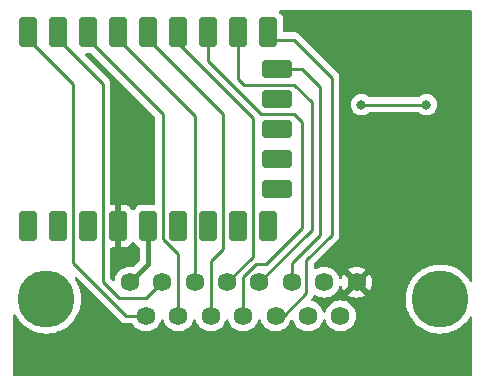
<source format=gbr>
%TF.GenerationSoftware,KiCad,Pcbnew,(6.0.7-1)-1*%
%TF.CreationDate,2023-01-15T20:24:13-08:00*%
%TF.ProjectId,NeoGeoDB15Wireless,4e656f47-656f-4444-9231-35576972656c,rev?*%
%TF.SameCoordinates,Original*%
%TF.FileFunction,Copper,L1,Top*%
%TF.FilePolarity,Positive*%
%FSLAX46Y46*%
G04 Gerber Fmt 4.6, Leading zero omitted, Abs format (unit mm)*
G04 Created by KiCad (PCBNEW (6.0.7-1)-1) date 2023-01-15 20:24:13*
%MOMM*%
%LPD*%
G01*
G04 APERTURE LIST*
G04 Aperture macros list*
%AMRoundRect*
0 Rectangle with rounded corners*
0 $1 Rounding radius*
0 $2 $3 $4 $5 $6 $7 $8 $9 X,Y pos of 4 corners*
0 Add a 4 corners polygon primitive as box body*
4,1,4,$2,$3,$4,$5,$6,$7,$8,$9,$2,$3,0*
0 Add four circle primitives for the rounded corners*
1,1,$1+$1,$2,$3*
1,1,$1+$1,$4,$5*
1,1,$1+$1,$6,$7*
1,1,$1+$1,$8,$9*
0 Add four rect primitives between the rounded corners*
20,1,$1+$1,$2,$3,$4,$5,0*
20,1,$1+$1,$4,$5,$6,$7,0*
20,1,$1+$1,$6,$7,$8,$9,0*
20,1,$1+$1,$8,$9,$2,$3,0*%
G04 Aperture macros list end*
%TA.AperFunction,ComponentPad*%
%ADD10RoundRect,0.400000X0.400000X-0.900000X0.400000X0.900000X-0.400000X0.900000X-0.400000X-0.900000X0*%
%TD*%
%TA.AperFunction,ComponentPad*%
%ADD11RoundRect,0.400050X0.400050X-0.899950X0.400050X0.899950X-0.400050X0.899950X-0.400050X-0.899950X0*%
%TD*%
%TA.AperFunction,ComponentPad*%
%ADD12RoundRect,0.400000X0.900000X-0.400000X0.900000X0.400000X-0.900000X0.400000X-0.900000X-0.400000X0*%
%TD*%
%TA.AperFunction,ComponentPad*%
%ADD13RoundRect,0.393700X0.906300X-0.393700X0.906300X0.393700X-0.906300X0.393700X-0.906300X-0.393700X0*%
%TD*%
%TA.AperFunction,WasherPad*%
%ADD14C,4.825000*%
%TD*%
%TA.AperFunction,ComponentPad*%
%ADD15C,1.591397*%
%TD*%
%TA.AperFunction,ViaPad*%
%ADD16C,0.800000*%
%TD*%
%TA.AperFunction,Conductor*%
%ADD17C,0.400000*%
%TD*%
%TA.AperFunction,Conductor*%
%ADD18C,0.250000*%
%TD*%
G04 APERTURE END LIST*
D10*
%TO.P,U1,1,GP0*%
%TO.N,/DU*%
X81765000Y-63835000D03*
%TO.P,U1,2,GP1*%
%TO.N,/DD*%
X84305000Y-63835000D03*
%TO.P,U1,3,GP2*%
%TO.N,/DL*%
X86845000Y-63835000D03*
%TO.P,U1,4,GP3*%
%TO.N,/DR*%
X89385000Y-63835000D03*
%TO.P,U1,5,GP4*%
%TO.N,/BA*%
X91925000Y-63835000D03*
D11*
%TO.P,U1,6,GP5*%
%TO.N,/BB*%
X94465000Y-63835000D03*
%TO.P,U1,7,GP6*%
%TO.N,/BC*%
X97005000Y-63835000D03*
%TO.P,U1,8,GP7*%
%TO.N,/BD*%
X99545000Y-63835000D03*
%TO.P,U1,9,GP8*%
%TO.N,/STA*%
X102085000Y-63835000D03*
D12*
%TO.P,U1,10,GP9*%
%TO.N,/SEL*%
X102895000Y-66975000D03*
D13*
%TO.P,U1,11,GP10*%
%TO.N,unconnected-(U1-Pad11)*%
X102895000Y-69515000D03*
%TO.P,U1,12,GP11*%
%TO.N,unconnected-(U1-Pad12)*%
X102895000Y-72055000D03*
%TO.P,U1,13,GP12*%
%TO.N,/MISO*%
X102895000Y-74595000D03*
%TO.P,U1,14,GP13*%
%TO.N,/CS*%
X102895000Y-77135000D03*
D11*
%TO.P,U1,15,GP14*%
%TO.N,/SCK*%
X102085000Y-80275000D03*
%TO.P,U1,16,GP15*%
%TO.N,/MOSI*%
X99545000Y-80275000D03*
%TO.P,U1,17,GP26*%
%TO.N,/CE*%
X97005000Y-80275000D03*
%TO.P,U1,18,GP27*%
%TO.N,/IRQ*%
X94465000Y-80275000D03*
%TO.P,U1,19,GP28*%
%TO.N,unconnected-(U1-Pad19)*%
X81765000Y-80275000D03*
%TO.P,U1,20,GP29*%
%TO.N,unconnected-(U1-Pad20)*%
X84305000Y-80275000D03*
%TO.P,U1,21,3V3*%
%TO.N,/3V3*%
X86845000Y-80275000D03*
%TO.P,U1,22,5V*%
%TO.N,/VCC*%
X91925000Y-80275000D03*
%TO.P,U1,23,GND*%
%TO.N,/GND*%
X89385000Y-80275000D03*
%TD*%
D14*
%TO.P,J1,*%
%TO.N,*%
X116662400Y-86450800D03*
X83337600Y-86450800D03*
D15*
%TO.P,J1,1,1*%
%TO.N,/GND*%
X109601192Y-85028400D03*
%TO.P,J1,2,2*%
%TO.N,unconnected-(J1-Pad2)*%
X106857993Y-85028400D03*
%TO.P,J1,3,3*%
%TO.N,/SEL*%
X104114794Y-85028400D03*
%TO.P,J1,4,4*%
%TO.N,/BD*%
X101371595Y-85028400D03*
%TO.P,J1,5,5*%
%TO.N,/BB*%
X98628396Y-85028400D03*
%TO.P,J1,6,6*%
%TO.N,/DR*%
X95885197Y-85028400D03*
%TO.P,J1,7,7*%
%TO.N,/DD*%
X93141998Y-85028400D03*
%TO.P,J1,8,8*%
%TO.N,/VCC*%
X90398799Y-85028400D03*
%TO.P,J1,9,P9*%
%TO.N,unconnected-(J1-Pad9)*%
X108229600Y-87873200D03*
%TO.P,J1,10,P10*%
%TO.N,unconnected-(J1-Pad10)*%
X105486401Y-87873200D03*
%TO.P,J1,11,P111*%
%TO.N,/STA*%
X102743202Y-87873200D03*
%TO.P,J1,12,P12*%
%TO.N,/BC*%
X100000003Y-87873200D03*
%TO.P,J1,13,P13*%
%TO.N,/BA*%
X97256804Y-87873200D03*
%TO.P,J1,14,P14*%
%TO.N,/DL*%
X94513605Y-87873200D03*
%TO.P,J1,15,P15*%
%TO.N,/DU*%
X91770406Y-87873200D03*
%TD*%
D16*
%TO.N,/MISO*%
X110000000Y-70000000D03*
X115500000Y-70000000D03*
%TD*%
D17*
%TO.N,/VCC*%
X90398799Y-85028400D02*
X91925000Y-83502199D01*
X91925000Y-83502199D02*
X91925000Y-79675000D01*
D18*
%TO.N,/DD*%
X88100000Y-68230000D02*
X84305000Y-64435000D01*
X93141998Y-85028400D02*
X91770398Y-86400000D01*
X89500000Y-86400000D02*
X88100000Y-85000000D01*
X91770398Y-86400000D02*
X89500000Y-86400000D01*
X88100000Y-85000000D02*
X88100000Y-68230000D01*
%TO.N,/DR*%
X95879900Y-85023103D02*
X95879900Y-70929900D01*
X95885197Y-85028400D02*
X95879900Y-85023103D01*
X95879900Y-70929900D02*
X89385000Y-64435000D01*
%TO.N,/BB*%
X100800000Y-71100000D02*
X94465000Y-64765000D01*
X98628396Y-85028400D02*
X100800000Y-82856796D01*
X100800000Y-82856796D02*
X100800000Y-71100000D01*
X94465000Y-64765000D02*
X94465000Y-64435000D01*
%TO.N,/BD*%
X99545000Y-67795000D02*
X100050000Y-68300000D01*
X104300000Y-68300000D02*
X105800000Y-69800000D01*
X100050000Y-68300000D02*
X104300000Y-68300000D01*
X105800000Y-69800000D02*
X105800000Y-80599995D01*
X105800000Y-80599995D02*
X101371595Y-85028400D01*
X99545000Y-64435000D02*
X99545000Y-67795000D01*
%TO.N,/SEL*%
X104114794Y-83385206D02*
X106500000Y-81000000D01*
X104114794Y-85028400D02*
X104114794Y-83385206D01*
X104975000Y-66975000D02*
X102295000Y-66975000D01*
X106500000Y-81000000D02*
X106500000Y-68500000D01*
X106500000Y-68500000D02*
X104975000Y-66975000D01*
%TO.N,/DU*%
X91770406Y-87873200D02*
X90073200Y-87873200D01*
X85600000Y-68270000D02*
X81765000Y-64435000D01*
X85600000Y-83400000D02*
X85600000Y-68270000D01*
X90073200Y-87873200D02*
X85600000Y-83400000D01*
%TO.N,/DL*%
X93200000Y-70790000D02*
X86845000Y-64435000D01*
X94513605Y-87873200D02*
X94513605Y-82648981D01*
X94513605Y-82648981D02*
X93200000Y-81335376D01*
X93200000Y-81335376D02*
X93200000Y-70790000D01*
%TO.N,/BA*%
X97256804Y-83243196D02*
X98300000Y-82200000D01*
X98300000Y-70810000D02*
X91925000Y-64435000D01*
X97256804Y-87873200D02*
X97256804Y-83243196D01*
X98300000Y-82200000D02*
X98300000Y-70810000D01*
%TO.N,/BC*%
X101050000Y-83500000D02*
X100000003Y-84549997D01*
X97005000Y-64435000D02*
X97005000Y-66338604D01*
X100000003Y-84549997D02*
X100000003Y-87873200D01*
X97005000Y-66338604D02*
X101466396Y-70800000D01*
X105000000Y-80400000D02*
X101900000Y-83500000D01*
X101900000Y-83500000D02*
X101050000Y-83500000D01*
X105000000Y-71500000D02*
X105000000Y-80400000D01*
X101466396Y-70800000D02*
X104300000Y-70800000D01*
X104300000Y-70800000D02*
X105000000Y-71500000D01*
%TO.N,/STA*%
X105338194Y-83161806D02*
X107500000Y-81000000D01*
X105338194Y-85961806D02*
X105338194Y-83161806D01*
X107500000Y-81000000D02*
X107500000Y-67700000D01*
X102150000Y-64500000D02*
X102085000Y-64435000D01*
X102743202Y-87873200D02*
X103426800Y-87873200D01*
X107500000Y-67700000D02*
X104300000Y-64500000D01*
X104300000Y-64500000D02*
X102150000Y-64500000D01*
X103426800Y-87873200D02*
X105338194Y-85961806D01*
%TO.N,/MISO*%
X110000000Y-70000000D02*
X115500000Y-70000000D01*
%TD*%
%TA.AperFunction,Conductor*%
%TO.N,/GND*%
G36*
X119333621Y-62028502D02*
G01*
X119380114Y-62082158D01*
X119391500Y-62134500D01*
X119391500Y-84864464D01*
X119371498Y-84932585D01*
X119317842Y-84979078D01*
X119247568Y-84989182D01*
X119182988Y-84959688D01*
X119156052Y-84926892D01*
X119132386Y-84885400D01*
X119116308Y-84857213D01*
X118916883Y-84585729D01*
X118912149Y-84580634D01*
X118690048Y-84341626D01*
X118690046Y-84341625D01*
X118687576Y-84338966D01*
X118684822Y-84336614D01*
X118684818Y-84336610D01*
X118591046Y-84256521D01*
X118431427Y-84120193D01*
X118428424Y-84118175D01*
X118428416Y-84118169D01*
X118254658Y-84001409D01*
X118151830Y-83932312D01*
X118148621Y-83930656D01*
X118148613Y-83930651D01*
X117855711Y-83779474D01*
X117855712Y-83779474D01*
X117852491Y-83777812D01*
X117537378Y-83658741D01*
X117210668Y-83576677D01*
X117067215Y-83557791D01*
X116880295Y-83533182D01*
X116880287Y-83533181D01*
X116876691Y-83532708D01*
X116737023Y-83530514D01*
X116543516Y-83527474D01*
X116543512Y-83527474D01*
X116539874Y-83527417D01*
X116536259Y-83527778D01*
X116536254Y-83527778D01*
X116343543Y-83547013D01*
X116204681Y-83560873D01*
X115875554Y-83632634D01*
X115872127Y-83633807D01*
X115872121Y-83633809D01*
X115560288Y-83740574D01*
X115560283Y-83740576D01*
X115556857Y-83741749D01*
X115553589Y-83743308D01*
X115553581Y-83743311D01*
X115441077Y-83796973D01*
X115252813Y-83886770D01*
X114967452Y-84065777D01*
X114964616Y-84068049D01*
X114964609Y-84068054D01*
X114896586Y-84122551D01*
X114704557Y-84276395D01*
X114467613Y-84515835D01*
X114465377Y-84518687D01*
X114465375Y-84518689D01*
X114313652Y-84712188D01*
X114259758Y-84780921D01*
X114257865Y-84784010D01*
X114257863Y-84784013D01*
X114104748Y-85033875D01*
X114083750Y-85068140D01*
X114082231Y-85071412D01*
X114082228Y-85071418D01*
X114048816Y-85143399D01*
X113941920Y-85373686D01*
X113940780Y-85377133D01*
X113837288Y-85690062D01*
X113837285Y-85690072D01*
X113836149Y-85693508D01*
X113835413Y-85697063D01*
X113835412Y-85697066D01*
X113770263Y-86011664D01*
X113767839Y-86023368D01*
X113752355Y-86196866D01*
X113741529Y-86318170D01*
X113737894Y-86358894D01*
X113737989Y-86362524D01*
X113737989Y-86362525D01*
X113745112Y-86634522D01*
X113746712Y-86695637D01*
X113794176Y-87029135D01*
X113879656Y-87354968D01*
X114002021Y-87668817D01*
X114003725Y-87672035D01*
X114133322Y-87916801D01*
X114159647Y-87966521D01*
X114161699Y-87969506D01*
X114161704Y-87969515D01*
X114348389Y-88241143D01*
X114348395Y-88241150D01*
X114350446Y-88244135D01*
X114444375Y-88351808D01*
X114567806Y-88493299D01*
X114571889Y-88497980D01*
X114821040Y-88724690D01*
X115094598Y-88921261D01*
X115388936Y-89085088D01*
X115700153Y-89213998D01*
X115703647Y-89214993D01*
X115703649Y-89214994D01*
X116020623Y-89305287D01*
X116020628Y-89305288D01*
X116024124Y-89306284D01*
X116186748Y-89332914D01*
X116352974Y-89360135D01*
X116352981Y-89360136D01*
X116356555Y-89360721D01*
X116524797Y-89368655D01*
X116689413Y-89376419D01*
X116689414Y-89376419D01*
X116693040Y-89376590D01*
X116699980Y-89376117D01*
X117025487Y-89353926D01*
X117025494Y-89353925D01*
X117029119Y-89353678D01*
X117032695Y-89353015D01*
X117032697Y-89353015D01*
X117356772Y-89292951D01*
X117356776Y-89292950D01*
X117360337Y-89292290D01*
X117682304Y-89193240D01*
X117708136Y-89181901D01*
X117987439Y-89059296D01*
X117990754Y-89057841D01*
X118281596Y-88887886D01*
X118498953Y-88724690D01*
X118548070Y-88687812D01*
X118548074Y-88687809D01*
X118550977Y-88685629D01*
X118795326Y-88453751D01*
X119011404Y-88195324D01*
X119070178Y-88105850D01*
X119160188Y-87968822D01*
X119214306Y-87922868D01*
X119284677Y-87913467D01*
X119348960Y-87943604D01*
X119386745Y-88003711D01*
X119391500Y-88037999D01*
X119391500Y-92865500D01*
X119371498Y-92933621D01*
X119317842Y-92980114D01*
X119265500Y-92991500D01*
X80634500Y-92991500D01*
X80566379Y-92971498D01*
X80519886Y-92917842D01*
X80508500Y-92865500D01*
X80508500Y-87857401D01*
X80528502Y-87789280D01*
X80582158Y-87742787D01*
X80652432Y-87732683D01*
X80717012Y-87762177D01*
X80745852Y-87798438D01*
X80834847Y-87966521D01*
X80836899Y-87969506D01*
X80836904Y-87969515D01*
X81023589Y-88241143D01*
X81023595Y-88241150D01*
X81025646Y-88244135D01*
X81119575Y-88351808D01*
X81243006Y-88493299D01*
X81247089Y-88497980D01*
X81496240Y-88724690D01*
X81769798Y-88921261D01*
X82064136Y-89085088D01*
X82375353Y-89213998D01*
X82378847Y-89214993D01*
X82378849Y-89214994D01*
X82695823Y-89305287D01*
X82695828Y-89305288D01*
X82699324Y-89306284D01*
X82861948Y-89332914D01*
X83028174Y-89360135D01*
X83028181Y-89360136D01*
X83031755Y-89360721D01*
X83199997Y-89368655D01*
X83364613Y-89376419D01*
X83364614Y-89376419D01*
X83368240Y-89376590D01*
X83375180Y-89376117D01*
X83700687Y-89353926D01*
X83700694Y-89353925D01*
X83704319Y-89353678D01*
X83707895Y-89353015D01*
X83707897Y-89353015D01*
X84031972Y-89292951D01*
X84031976Y-89292950D01*
X84035537Y-89292290D01*
X84357504Y-89193240D01*
X84383336Y-89181901D01*
X84662639Y-89059296D01*
X84665954Y-89057841D01*
X84956796Y-88887886D01*
X85174153Y-88724690D01*
X85223270Y-88687812D01*
X85223274Y-88687809D01*
X85226177Y-88685629D01*
X85470526Y-88453751D01*
X85686604Y-88195324D01*
X85692450Y-88186425D01*
X85869560Y-87916801D01*
X85869565Y-87916792D01*
X85871547Y-87913775D01*
X86008965Y-87640550D01*
X86021277Y-87616071D01*
X86021280Y-87616063D01*
X86022904Y-87612835D01*
X86024149Y-87609433D01*
X86137421Y-87299904D01*
X86137422Y-87299900D01*
X86138669Y-87296493D01*
X86139514Y-87292971D01*
X86139517Y-87292963D01*
X86216460Y-86972470D01*
X86216461Y-86972466D01*
X86217307Y-86968941D01*
X86229625Y-86867151D01*
X86257440Y-86637301D01*
X86257440Y-86637294D01*
X86257776Y-86634522D01*
X86258265Y-86618981D01*
X86262803Y-86474556D01*
X86263550Y-86450800D01*
X86261256Y-86411018D01*
X86244368Y-86118120D01*
X86244367Y-86118115D01*
X86244159Y-86114500D01*
X86230188Y-86034449D01*
X86186867Y-85786230D01*
X86186865Y-85786223D01*
X86186243Y-85782657D01*
X86175628Y-85746819D01*
X86093883Y-85470856D01*
X86090570Y-85459670D01*
X86066302Y-85402774D01*
X85959832Y-85153158D01*
X85959830Y-85153155D01*
X85958408Y-85149820D01*
X85929978Y-85099976D01*
X85793299Y-84860353D01*
X85791508Y-84857213D01*
X85748695Y-84798930D01*
X85724487Y-84732188D01*
X85740205Y-84662953D01*
X85790859Y-84613207D01*
X85860367Y-84598743D01*
X85926660Y-84624155D01*
X85939336Y-84635240D01*
X87754895Y-86450800D01*
X89569548Y-88265453D01*
X89577088Y-88273739D01*
X89581200Y-88280218D01*
X89586977Y-88285643D01*
X89630851Y-88326843D01*
X89633693Y-88329598D01*
X89653430Y-88349335D01*
X89656627Y-88351815D01*
X89665647Y-88359518D01*
X89697879Y-88389786D01*
X89704825Y-88393605D01*
X89704828Y-88393607D01*
X89715634Y-88399548D01*
X89732153Y-88410399D01*
X89748159Y-88422814D01*
X89755428Y-88425959D01*
X89755432Y-88425962D01*
X89788737Y-88440374D01*
X89799387Y-88445591D01*
X89838140Y-88466895D01*
X89845815Y-88468866D01*
X89845816Y-88468866D01*
X89857762Y-88471933D01*
X89876467Y-88478337D01*
X89895055Y-88486381D01*
X89902878Y-88487620D01*
X89902888Y-88487623D01*
X89938724Y-88493299D01*
X89950344Y-88495705D01*
X89985489Y-88504728D01*
X89993170Y-88506700D01*
X90013424Y-88506700D01*
X90033134Y-88508251D01*
X90053143Y-88511420D01*
X90061035Y-88510674D01*
X90097161Y-88507259D01*
X90109019Y-88506700D01*
X90556264Y-88506700D01*
X90624385Y-88526702D01*
X90659477Y-88560429D01*
X90747143Y-88685629D01*
X90767516Y-88714725D01*
X90928881Y-88876090D01*
X90933389Y-88879247D01*
X90933392Y-88879249D01*
X91111307Y-89003826D01*
X91115816Y-89006983D01*
X91120798Y-89009306D01*
X91120803Y-89009309D01*
X91279527Y-89083323D01*
X91322640Y-89103427D01*
X91327948Y-89104849D01*
X91327950Y-89104850D01*
X91396419Y-89123196D01*
X91543069Y-89162491D01*
X91770406Y-89182380D01*
X91997743Y-89162491D01*
X92144393Y-89123196D01*
X92212862Y-89104850D01*
X92212864Y-89104849D01*
X92218172Y-89103427D01*
X92261285Y-89083323D01*
X92420009Y-89009309D01*
X92420014Y-89009306D01*
X92424996Y-89006983D01*
X92429505Y-89003826D01*
X92607420Y-88879249D01*
X92607423Y-88879247D01*
X92611931Y-88876090D01*
X92773296Y-88714725D01*
X92793670Y-88685629D01*
X92901032Y-88532299D01*
X92901033Y-88532297D01*
X92904189Y-88527790D01*
X92906512Y-88522808D01*
X92906515Y-88522803D01*
X92998310Y-88325948D01*
X92998311Y-88325946D01*
X93000633Y-88320966D01*
X93002056Y-88315656D01*
X93002059Y-88315648D01*
X93020300Y-88247573D01*
X93057252Y-88186950D01*
X93121112Y-88155929D01*
X93191607Y-88164359D01*
X93246353Y-88209562D01*
X93263712Y-88247572D01*
X93270177Y-88271698D01*
X93281955Y-88315654D01*
X93283378Y-88320966D01*
X93285700Y-88325946D01*
X93285701Y-88325948D01*
X93377496Y-88522803D01*
X93377499Y-88522808D01*
X93379822Y-88527790D01*
X93382978Y-88532297D01*
X93382979Y-88532299D01*
X93490342Y-88685629D01*
X93510715Y-88714725D01*
X93672080Y-88876090D01*
X93676588Y-88879247D01*
X93676591Y-88879249D01*
X93854506Y-89003826D01*
X93859015Y-89006983D01*
X93863997Y-89009306D01*
X93864002Y-89009309D01*
X94022726Y-89083323D01*
X94065839Y-89103427D01*
X94071147Y-89104849D01*
X94071149Y-89104850D01*
X94139618Y-89123196D01*
X94286268Y-89162491D01*
X94513605Y-89182380D01*
X94740942Y-89162491D01*
X94887592Y-89123196D01*
X94956061Y-89104850D01*
X94956063Y-89104849D01*
X94961371Y-89103427D01*
X95004484Y-89083323D01*
X95163208Y-89009309D01*
X95163213Y-89009306D01*
X95168195Y-89006983D01*
X95172704Y-89003826D01*
X95350619Y-88879249D01*
X95350622Y-88879247D01*
X95355130Y-88876090D01*
X95516495Y-88714725D01*
X95536869Y-88685629D01*
X95644231Y-88532299D01*
X95644232Y-88532297D01*
X95647388Y-88527790D01*
X95649711Y-88522808D01*
X95649714Y-88522803D01*
X95741509Y-88325948D01*
X95741510Y-88325946D01*
X95743832Y-88320966D01*
X95745255Y-88315656D01*
X95745258Y-88315648D01*
X95763499Y-88247573D01*
X95800451Y-88186950D01*
X95864311Y-88155929D01*
X95934806Y-88164359D01*
X95989552Y-88209562D01*
X96006911Y-88247572D01*
X96013376Y-88271698D01*
X96025154Y-88315654D01*
X96026577Y-88320966D01*
X96028899Y-88325946D01*
X96028900Y-88325948D01*
X96120695Y-88522803D01*
X96120698Y-88522808D01*
X96123021Y-88527790D01*
X96126177Y-88532297D01*
X96126178Y-88532299D01*
X96233541Y-88685629D01*
X96253914Y-88714725D01*
X96415279Y-88876090D01*
X96419787Y-88879247D01*
X96419790Y-88879249D01*
X96597705Y-89003826D01*
X96602214Y-89006983D01*
X96607196Y-89009306D01*
X96607201Y-89009309D01*
X96765925Y-89083323D01*
X96809038Y-89103427D01*
X96814346Y-89104849D01*
X96814348Y-89104850D01*
X96882817Y-89123196D01*
X97029467Y-89162491D01*
X97256804Y-89182380D01*
X97484141Y-89162491D01*
X97630791Y-89123196D01*
X97699260Y-89104850D01*
X97699262Y-89104849D01*
X97704570Y-89103427D01*
X97747683Y-89083323D01*
X97906407Y-89009309D01*
X97906412Y-89009306D01*
X97911394Y-89006983D01*
X97915903Y-89003826D01*
X98093818Y-88879249D01*
X98093821Y-88879247D01*
X98098329Y-88876090D01*
X98259694Y-88714725D01*
X98280068Y-88685629D01*
X98387430Y-88532299D01*
X98387431Y-88532297D01*
X98390587Y-88527790D01*
X98392910Y-88522808D01*
X98392913Y-88522803D01*
X98484708Y-88325948D01*
X98484709Y-88325946D01*
X98487031Y-88320966D01*
X98488454Y-88315656D01*
X98488457Y-88315648D01*
X98506698Y-88247573D01*
X98543650Y-88186950D01*
X98607510Y-88155929D01*
X98678005Y-88164359D01*
X98732751Y-88209562D01*
X98750110Y-88247572D01*
X98756575Y-88271698D01*
X98768353Y-88315654D01*
X98769776Y-88320966D01*
X98772098Y-88325946D01*
X98772099Y-88325948D01*
X98863894Y-88522803D01*
X98863897Y-88522808D01*
X98866220Y-88527790D01*
X98869376Y-88532297D01*
X98869377Y-88532299D01*
X98976740Y-88685629D01*
X98997113Y-88714725D01*
X99158478Y-88876090D01*
X99162986Y-88879247D01*
X99162989Y-88879249D01*
X99340904Y-89003826D01*
X99345413Y-89006983D01*
X99350395Y-89009306D01*
X99350400Y-89009309D01*
X99509124Y-89083323D01*
X99552237Y-89103427D01*
X99557545Y-89104849D01*
X99557547Y-89104850D01*
X99626016Y-89123196D01*
X99772666Y-89162491D01*
X100000003Y-89182380D01*
X100227340Y-89162491D01*
X100373990Y-89123196D01*
X100442459Y-89104850D01*
X100442461Y-89104849D01*
X100447769Y-89103427D01*
X100490882Y-89083323D01*
X100649606Y-89009309D01*
X100649611Y-89009306D01*
X100654593Y-89006983D01*
X100659102Y-89003826D01*
X100837017Y-88879249D01*
X100837020Y-88879247D01*
X100841528Y-88876090D01*
X101002893Y-88714725D01*
X101023267Y-88685629D01*
X101130629Y-88532299D01*
X101130630Y-88532297D01*
X101133786Y-88527790D01*
X101136109Y-88522808D01*
X101136112Y-88522803D01*
X101227907Y-88325948D01*
X101227908Y-88325946D01*
X101230230Y-88320966D01*
X101231653Y-88315656D01*
X101231656Y-88315648D01*
X101249897Y-88247573D01*
X101286849Y-88186950D01*
X101350709Y-88155929D01*
X101421204Y-88164359D01*
X101475950Y-88209562D01*
X101493309Y-88247572D01*
X101499774Y-88271698D01*
X101511552Y-88315654D01*
X101512975Y-88320966D01*
X101515297Y-88325946D01*
X101515298Y-88325948D01*
X101607093Y-88522803D01*
X101607096Y-88522808D01*
X101609419Y-88527790D01*
X101612575Y-88532297D01*
X101612576Y-88532299D01*
X101719939Y-88685629D01*
X101740312Y-88714725D01*
X101901677Y-88876090D01*
X101906185Y-88879247D01*
X101906188Y-88879249D01*
X102084103Y-89003826D01*
X102088612Y-89006983D01*
X102093594Y-89009306D01*
X102093599Y-89009309D01*
X102252323Y-89083323D01*
X102295436Y-89103427D01*
X102300744Y-89104849D01*
X102300746Y-89104850D01*
X102369215Y-89123196D01*
X102515865Y-89162491D01*
X102743202Y-89182380D01*
X102970539Y-89162491D01*
X103117189Y-89123196D01*
X103185658Y-89104850D01*
X103185660Y-89104849D01*
X103190968Y-89103427D01*
X103234081Y-89083323D01*
X103392805Y-89009309D01*
X103392810Y-89009306D01*
X103397792Y-89006983D01*
X103402301Y-89003826D01*
X103580216Y-88879249D01*
X103580219Y-88879247D01*
X103584727Y-88876090D01*
X103746092Y-88714725D01*
X103766466Y-88685629D01*
X103873828Y-88532299D01*
X103873829Y-88532297D01*
X103876985Y-88527790D01*
X103879308Y-88522808D01*
X103879311Y-88522803D01*
X103971106Y-88325948D01*
X103971107Y-88325946D01*
X103973429Y-88320966D01*
X103974852Y-88315656D01*
X103974853Y-88315654D01*
X103993094Y-88247574D01*
X104030045Y-88186951D01*
X104093905Y-88155929D01*
X104164400Y-88164357D01*
X104219147Y-88209559D01*
X104236507Y-88247572D01*
X104254748Y-88315648D01*
X104254751Y-88315656D01*
X104256174Y-88320966D01*
X104258496Y-88325946D01*
X104258497Y-88325948D01*
X104350292Y-88522803D01*
X104350295Y-88522808D01*
X104352618Y-88527790D01*
X104355774Y-88532297D01*
X104355775Y-88532299D01*
X104463138Y-88685629D01*
X104483511Y-88714725D01*
X104644876Y-88876090D01*
X104649384Y-88879247D01*
X104649387Y-88879249D01*
X104827302Y-89003826D01*
X104831811Y-89006983D01*
X104836793Y-89009306D01*
X104836798Y-89009309D01*
X104995522Y-89083323D01*
X105038635Y-89103427D01*
X105043943Y-89104849D01*
X105043945Y-89104850D01*
X105112414Y-89123196D01*
X105259064Y-89162491D01*
X105486401Y-89182380D01*
X105713738Y-89162491D01*
X105860388Y-89123196D01*
X105928857Y-89104850D01*
X105928859Y-89104849D01*
X105934167Y-89103427D01*
X105977280Y-89083323D01*
X106136004Y-89009309D01*
X106136009Y-89009306D01*
X106140991Y-89006983D01*
X106145500Y-89003826D01*
X106323415Y-88879249D01*
X106323418Y-88879247D01*
X106327926Y-88876090D01*
X106489291Y-88714725D01*
X106509665Y-88685629D01*
X106617027Y-88532299D01*
X106617028Y-88532297D01*
X106620184Y-88527790D01*
X106622507Y-88522808D01*
X106622510Y-88522803D01*
X106714305Y-88325948D01*
X106714306Y-88325946D01*
X106716628Y-88320966D01*
X106718051Y-88315656D01*
X106718054Y-88315648D01*
X106736295Y-88247573D01*
X106773247Y-88186950D01*
X106837107Y-88155929D01*
X106907602Y-88164359D01*
X106962348Y-88209562D01*
X106979707Y-88247572D01*
X106986172Y-88271698D01*
X106997950Y-88315654D01*
X106999373Y-88320966D01*
X107001695Y-88325946D01*
X107001696Y-88325948D01*
X107093491Y-88522803D01*
X107093494Y-88522808D01*
X107095817Y-88527790D01*
X107098973Y-88532297D01*
X107098974Y-88532299D01*
X107206337Y-88685629D01*
X107226710Y-88714725D01*
X107388075Y-88876090D01*
X107392583Y-88879247D01*
X107392586Y-88879249D01*
X107570501Y-89003826D01*
X107575010Y-89006983D01*
X107579992Y-89009306D01*
X107579997Y-89009309D01*
X107738721Y-89083323D01*
X107781834Y-89103427D01*
X107787142Y-89104849D01*
X107787144Y-89104850D01*
X107855613Y-89123196D01*
X108002263Y-89162491D01*
X108229600Y-89182380D01*
X108456937Y-89162491D01*
X108603587Y-89123196D01*
X108672056Y-89104850D01*
X108672058Y-89104849D01*
X108677366Y-89103427D01*
X108720479Y-89083323D01*
X108879203Y-89009309D01*
X108879208Y-89009306D01*
X108884190Y-89006983D01*
X108888699Y-89003826D01*
X109066614Y-88879249D01*
X109066617Y-88879247D01*
X109071125Y-88876090D01*
X109232490Y-88714725D01*
X109252864Y-88685629D01*
X109360226Y-88532299D01*
X109360227Y-88532297D01*
X109363383Y-88527790D01*
X109365706Y-88522808D01*
X109365709Y-88522803D01*
X109457504Y-88325948D01*
X109457505Y-88325946D01*
X109459827Y-88320966D01*
X109461251Y-88315654D01*
X109489678Y-88209562D01*
X109518891Y-88100537D01*
X109538780Y-87873200D01*
X109518891Y-87645863D01*
X109459827Y-87425434D01*
X109426968Y-87354968D01*
X109365709Y-87223597D01*
X109365706Y-87223592D01*
X109363383Y-87218610D01*
X109360226Y-87214101D01*
X109235649Y-87036186D01*
X109235647Y-87036183D01*
X109232490Y-87031675D01*
X109071125Y-86870310D01*
X109066617Y-86867153D01*
X109066614Y-86867151D01*
X108888699Y-86742574D01*
X108888697Y-86742573D01*
X108884190Y-86739417D01*
X108879208Y-86737094D01*
X108879203Y-86737091D01*
X108682348Y-86645296D01*
X108682346Y-86645295D01*
X108677366Y-86642973D01*
X108672058Y-86641551D01*
X108672056Y-86641550D01*
X108587827Y-86618981D01*
X108456937Y-86583909D01*
X108229600Y-86564020D01*
X108002263Y-86583909D01*
X107871373Y-86618981D01*
X107787144Y-86641550D01*
X107787142Y-86641551D01*
X107781834Y-86642973D01*
X107776854Y-86645295D01*
X107776852Y-86645296D01*
X107579997Y-86737091D01*
X107579992Y-86737094D01*
X107575010Y-86739417D01*
X107570503Y-86742573D01*
X107570501Y-86742574D01*
X107392586Y-86867151D01*
X107392583Y-86867153D01*
X107388075Y-86870310D01*
X107226710Y-87031675D01*
X107223553Y-87036183D01*
X107223551Y-87036186D01*
X107098974Y-87214101D01*
X107095817Y-87218610D01*
X107093494Y-87223592D01*
X107093491Y-87223597D01*
X107032232Y-87354968D01*
X106999373Y-87425434D01*
X106997951Y-87430742D01*
X106997950Y-87430744D01*
X106979708Y-87498826D01*
X106942757Y-87559449D01*
X106878896Y-87590470D01*
X106808402Y-87582042D01*
X106753654Y-87536839D01*
X106736295Y-87498827D01*
X106718054Y-87430752D01*
X106718050Y-87430741D01*
X106716628Y-87425434D01*
X106683769Y-87354968D01*
X106622510Y-87223597D01*
X106622507Y-87223592D01*
X106620184Y-87218610D01*
X106617027Y-87214101D01*
X106492450Y-87036186D01*
X106492448Y-87036183D01*
X106489291Y-87031675D01*
X106327926Y-86870310D01*
X106323418Y-86867153D01*
X106323415Y-86867151D01*
X106145500Y-86742574D01*
X106145498Y-86742573D01*
X106140991Y-86739417D01*
X106136009Y-86737094D01*
X106136004Y-86737091D01*
X105939149Y-86645296D01*
X105939147Y-86645295D01*
X105934167Y-86642973D01*
X105928859Y-86641551D01*
X105928857Y-86641550D01*
X105844628Y-86618981D01*
X105784005Y-86582029D01*
X105752984Y-86518168D01*
X105761412Y-86447674D01*
X105785388Y-86411022D01*
X105791881Y-86404108D01*
X105794607Y-86401297D01*
X105814328Y-86381576D01*
X105816806Y-86378381D01*
X105824512Y-86369359D01*
X105849352Y-86342907D01*
X105854780Y-86337127D01*
X105863632Y-86321026D01*
X105864540Y-86319374D01*
X105875393Y-86302851D01*
X105882947Y-86293112D01*
X105887807Y-86286847D01*
X105905370Y-86246263D01*
X105910577Y-86235633D01*
X105931889Y-86196866D01*
X105933860Y-86189189D01*
X105933862Y-86189184D01*
X105935558Y-86182577D01*
X105971871Y-86121569D01*
X106035403Y-86089880D01*
X106105982Y-86097568D01*
X106129870Y-86110695D01*
X106132198Y-86112325D01*
X106203403Y-86162183D01*
X106208385Y-86164506D01*
X106208390Y-86164509D01*
X106397956Y-86252905D01*
X106410227Y-86258627D01*
X106415535Y-86260049D01*
X106415537Y-86260050D01*
X106484006Y-86278396D01*
X106630656Y-86317691D01*
X106857993Y-86337580D01*
X107085330Y-86317691D01*
X107231980Y-86278396D01*
X107300449Y-86260050D01*
X107300451Y-86260049D01*
X107305759Y-86258627D01*
X107318030Y-86252905D01*
X107507596Y-86164509D01*
X107507601Y-86164506D01*
X107512583Y-86162183D01*
X107544334Y-86139951D01*
X107585148Y-86111373D01*
X108882773Y-86111373D01*
X108892069Y-86123388D01*
X108942348Y-86158593D01*
X108951838Y-86164073D01*
X109148616Y-86255832D01*
X109158908Y-86259578D01*
X109368627Y-86315772D01*
X109379422Y-86317675D01*
X109595717Y-86336599D01*
X109606667Y-86336599D01*
X109822962Y-86317675D01*
X109833757Y-86315772D01*
X110043476Y-86259578D01*
X110053768Y-86255832D01*
X110250546Y-86164073D01*
X110260036Y-86158593D01*
X110311154Y-86122801D01*
X110319528Y-86112325D01*
X110312460Y-86098878D01*
X109614004Y-85400422D01*
X109600060Y-85392808D01*
X109598227Y-85392939D01*
X109591612Y-85397190D01*
X108889203Y-86099599D01*
X108882773Y-86111373D01*
X107585148Y-86111373D01*
X107695007Y-86034449D01*
X107695010Y-86034447D01*
X107699518Y-86031290D01*
X107860883Y-85869925D01*
X107991776Y-85682990D01*
X107994099Y-85678008D01*
X107994102Y-85678003D01*
X108085897Y-85481148D01*
X108085898Y-85481146D01*
X108088220Y-85476166D01*
X108089643Y-85470856D01*
X108089646Y-85470848D01*
X108108146Y-85401806D01*
X108145097Y-85341184D01*
X108208958Y-85310162D01*
X108279453Y-85318592D01*
X108334199Y-85363795D01*
X108351559Y-85401807D01*
X108370014Y-85470684D01*
X108373760Y-85480976D01*
X108465519Y-85677754D01*
X108470999Y-85687244D01*
X108506791Y-85738362D01*
X108517267Y-85746736D01*
X108530714Y-85739668D01*
X109229170Y-85041212D01*
X109235548Y-85029532D01*
X109965600Y-85029532D01*
X109965731Y-85031365D01*
X109969982Y-85037980D01*
X110672391Y-85740389D01*
X110684165Y-85746819D01*
X110696180Y-85737523D01*
X110731385Y-85687244D01*
X110736865Y-85677754D01*
X110828624Y-85480976D01*
X110832370Y-85470684D01*
X110888564Y-85260965D01*
X110890467Y-85250170D01*
X110909391Y-85033875D01*
X110909391Y-85022925D01*
X110890467Y-84806630D01*
X110888564Y-84795835D01*
X110832370Y-84586116D01*
X110828624Y-84575824D01*
X110736865Y-84379046D01*
X110731385Y-84369556D01*
X110695593Y-84318438D01*
X110685117Y-84310064D01*
X110671670Y-84317132D01*
X109973214Y-85015588D01*
X109965600Y-85029532D01*
X109235548Y-85029532D01*
X109236784Y-85027268D01*
X109236653Y-85025435D01*
X109232402Y-85018820D01*
X108529993Y-84316411D01*
X108518219Y-84309981D01*
X108506204Y-84319277D01*
X108470999Y-84369556D01*
X108465519Y-84379046D01*
X108373760Y-84575824D01*
X108370014Y-84586116D01*
X108351559Y-84654993D01*
X108314608Y-84715616D01*
X108250747Y-84746637D01*
X108180253Y-84738209D01*
X108125505Y-84693006D01*
X108108146Y-84654994D01*
X108089646Y-84585952D01*
X108089642Y-84585941D01*
X108088220Y-84580634D01*
X108085897Y-84575652D01*
X107994102Y-84378797D01*
X107994099Y-84378792D01*
X107991776Y-84373810D01*
X107967378Y-84338966D01*
X107864042Y-84191386D01*
X107864040Y-84191383D01*
X107860883Y-84186875D01*
X107699518Y-84025510D01*
X107695010Y-84022353D01*
X107695007Y-84022351D01*
X107583788Y-83944475D01*
X108882856Y-83944475D01*
X108889924Y-83957922D01*
X109588380Y-84656378D01*
X109602324Y-84663992D01*
X109604157Y-84663861D01*
X109610772Y-84659610D01*
X110313181Y-83957201D01*
X110319611Y-83945427D01*
X110310315Y-83933412D01*
X110260036Y-83898207D01*
X110250546Y-83892727D01*
X110053768Y-83800968D01*
X110043476Y-83797222D01*
X109833757Y-83741028D01*
X109822962Y-83739125D01*
X109606667Y-83720201D01*
X109595717Y-83720201D01*
X109379422Y-83739125D01*
X109368627Y-83741028D01*
X109158908Y-83797222D01*
X109148616Y-83800968D01*
X108951838Y-83892727D01*
X108942348Y-83898207D01*
X108891230Y-83933999D01*
X108882856Y-83944475D01*
X107583788Y-83944475D01*
X107517092Y-83897774D01*
X107517090Y-83897773D01*
X107512583Y-83894617D01*
X107507601Y-83892294D01*
X107507596Y-83892291D01*
X107310741Y-83800496D01*
X107310739Y-83800495D01*
X107305759Y-83798173D01*
X107300451Y-83796751D01*
X107300449Y-83796750D01*
X107216287Y-83774199D01*
X107085330Y-83739109D01*
X106857993Y-83719220D01*
X106630656Y-83739109D01*
X106499699Y-83774199D01*
X106415537Y-83796750D01*
X106415535Y-83796751D01*
X106410227Y-83798173D01*
X106405247Y-83800495D01*
X106405245Y-83800496D01*
X106208390Y-83892291D01*
X106208385Y-83892294D01*
X106203403Y-83894617D01*
X106198276Y-83898207D01*
X106169964Y-83918031D01*
X106102689Y-83940718D01*
X106033829Y-83923432D01*
X105985246Y-83871662D01*
X105971694Y-83814817D01*
X105971694Y-83476400D01*
X105991696Y-83408279D01*
X106008599Y-83387305D01*
X107892247Y-81503657D01*
X107900537Y-81496113D01*
X107907018Y-81492000D01*
X107953659Y-81442332D01*
X107956413Y-81439491D01*
X107976134Y-81419770D01*
X107978612Y-81416575D01*
X107986318Y-81407553D01*
X108011158Y-81381101D01*
X108016586Y-81375321D01*
X108026346Y-81357568D01*
X108037199Y-81341045D01*
X108044753Y-81331306D01*
X108049613Y-81325041D01*
X108067176Y-81284457D01*
X108072383Y-81273827D01*
X108093695Y-81235060D01*
X108095666Y-81227383D01*
X108095668Y-81227378D01*
X108098732Y-81215442D01*
X108105138Y-81196730D01*
X108110034Y-81185417D01*
X108113181Y-81178145D01*
X108120097Y-81134481D01*
X108122504Y-81122860D01*
X108131528Y-81087711D01*
X108131528Y-81087710D01*
X108133500Y-81080030D01*
X108133500Y-81059769D01*
X108135051Y-81040058D01*
X108136979Y-81027885D01*
X108138219Y-81020057D01*
X108134059Y-80976046D01*
X108133500Y-80964189D01*
X108133500Y-70000000D01*
X109086496Y-70000000D01*
X109106458Y-70189928D01*
X109165473Y-70371556D01*
X109168776Y-70377278D01*
X109168777Y-70377279D01*
X109180336Y-70397299D01*
X109260960Y-70536944D01*
X109265378Y-70541851D01*
X109265379Y-70541852D01*
X109305591Y-70586512D01*
X109388747Y-70678866D01*
X109473221Y-70740240D01*
X109515001Y-70770595D01*
X109543248Y-70791118D01*
X109549276Y-70793802D01*
X109549278Y-70793803D01*
X109711681Y-70866109D01*
X109717712Y-70868794D01*
X109799182Y-70886111D01*
X109898056Y-70907128D01*
X109898061Y-70907128D01*
X109904513Y-70908500D01*
X110095487Y-70908500D01*
X110101939Y-70907128D01*
X110101944Y-70907128D01*
X110200818Y-70886111D01*
X110282288Y-70868794D01*
X110288319Y-70866109D01*
X110450722Y-70793803D01*
X110450724Y-70793802D01*
X110456752Y-70791118D01*
X110485000Y-70770595D01*
X110604301Y-70683917D01*
X110611253Y-70678866D01*
X110615668Y-70673963D01*
X110620580Y-70669540D01*
X110621705Y-70670789D01*
X110675014Y-70637949D01*
X110708200Y-70633500D01*
X114791800Y-70633500D01*
X114859921Y-70653502D01*
X114879147Y-70669843D01*
X114879420Y-70669540D01*
X114884332Y-70673963D01*
X114888747Y-70678866D01*
X114895699Y-70683917D01*
X115015001Y-70770595D01*
X115043248Y-70791118D01*
X115049276Y-70793802D01*
X115049278Y-70793803D01*
X115211681Y-70866109D01*
X115217712Y-70868794D01*
X115299182Y-70886111D01*
X115398056Y-70907128D01*
X115398061Y-70907128D01*
X115404513Y-70908500D01*
X115595487Y-70908500D01*
X115601939Y-70907128D01*
X115601944Y-70907128D01*
X115700818Y-70886111D01*
X115782288Y-70868794D01*
X115788319Y-70866109D01*
X115950722Y-70793803D01*
X115950724Y-70793802D01*
X115956752Y-70791118D01*
X115985000Y-70770595D01*
X116026779Y-70740240D01*
X116111253Y-70678866D01*
X116194409Y-70586512D01*
X116234621Y-70541852D01*
X116234622Y-70541851D01*
X116239040Y-70536944D01*
X116319664Y-70397299D01*
X116331223Y-70377279D01*
X116331224Y-70377278D01*
X116334527Y-70371556D01*
X116393542Y-70189928D01*
X116413504Y-70000000D01*
X116410286Y-69969380D01*
X116394232Y-69816635D01*
X116394232Y-69816633D01*
X116393542Y-69810072D01*
X116334527Y-69628444D01*
X116239040Y-69463056D01*
X116111253Y-69321134D01*
X115956752Y-69208882D01*
X115950724Y-69206198D01*
X115950722Y-69206197D01*
X115788319Y-69133891D01*
X115788318Y-69133891D01*
X115782288Y-69131206D01*
X115688888Y-69111353D01*
X115601944Y-69092872D01*
X115601939Y-69092872D01*
X115595487Y-69091500D01*
X115404513Y-69091500D01*
X115398061Y-69092872D01*
X115398056Y-69092872D01*
X115311112Y-69111353D01*
X115217712Y-69131206D01*
X115211682Y-69133891D01*
X115211681Y-69133891D01*
X115049278Y-69206197D01*
X115049276Y-69206198D01*
X115043248Y-69208882D01*
X114888747Y-69321134D01*
X114884332Y-69326037D01*
X114879420Y-69330460D01*
X114878295Y-69329211D01*
X114824986Y-69362051D01*
X114791800Y-69366500D01*
X110708200Y-69366500D01*
X110640079Y-69346498D01*
X110620853Y-69330157D01*
X110620580Y-69330460D01*
X110615668Y-69326037D01*
X110611253Y-69321134D01*
X110456752Y-69208882D01*
X110450724Y-69206198D01*
X110450722Y-69206197D01*
X110288319Y-69133891D01*
X110288318Y-69133891D01*
X110282288Y-69131206D01*
X110188888Y-69111353D01*
X110101944Y-69092872D01*
X110101939Y-69092872D01*
X110095487Y-69091500D01*
X109904513Y-69091500D01*
X109898061Y-69092872D01*
X109898056Y-69092872D01*
X109811112Y-69111353D01*
X109717712Y-69131206D01*
X109711682Y-69133891D01*
X109711681Y-69133891D01*
X109549278Y-69206197D01*
X109549276Y-69206198D01*
X109543248Y-69208882D01*
X109388747Y-69321134D01*
X109260960Y-69463056D01*
X109165473Y-69628444D01*
X109106458Y-69810072D01*
X109105768Y-69816633D01*
X109105768Y-69816635D01*
X109089714Y-69969380D01*
X109086496Y-70000000D01*
X108133500Y-70000000D01*
X108133500Y-67778763D01*
X108134027Y-67767579D01*
X108135701Y-67760091D01*
X108133562Y-67692032D01*
X108133500Y-67688075D01*
X108133500Y-67660144D01*
X108132994Y-67656138D01*
X108132061Y-67644292D01*
X108130922Y-67608037D01*
X108130673Y-67600110D01*
X108125022Y-67580658D01*
X108121014Y-67561306D01*
X108119468Y-67549068D01*
X108119467Y-67549066D01*
X108118474Y-67541203D01*
X108102194Y-67500086D01*
X108098359Y-67488885D01*
X108086018Y-67446406D01*
X108081985Y-67439587D01*
X108081983Y-67439582D01*
X108075707Y-67428971D01*
X108067010Y-67411221D01*
X108059552Y-67392383D01*
X108033571Y-67356623D01*
X108027053Y-67346701D01*
X108008578Y-67315460D01*
X108008574Y-67315455D01*
X108004542Y-67308637D01*
X107990218Y-67294313D01*
X107977376Y-67279278D01*
X107965472Y-67262893D01*
X107931406Y-67234711D01*
X107922627Y-67226722D01*
X104803652Y-64107747D01*
X104796112Y-64099461D01*
X104792000Y-64092982D01*
X104742348Y-64046356D01*
X104739507Y-64043602D01*
X104719770Y-64023865D01*
X104716573Y-64021385D01*
X104707551Y-64013680D01*
X104681100Y-63988841D01*
X104675321Y-63983414D01*
X104668375Y-63979595D01*
X104668372Y-63979593D01*
X104657566Y-63973652D01*
X104641047Y-63962801D01*
X104640583Y-63962441D01*
X104625041Y-63950386D01*
X104617772Y-63947241D01*
X104617768Y-63947238D01*
X104584463Y-63932826D01*
X104573813Y-63927609D01*
X104535060Y-63906305D01*
X104515437Y-63901267D01*
X104496734Y-63894863D01*
X104485420Y-63889967D01*
X104485419Y-63889967D01*
X104478145Y-63886819D01*
X104470322Y-63885580D01*
X104470312Y-63885577D01*
X104434476Y-63879901D01*
X104422856Y-63877495D01*
X104387711Y-63868472D01*
X104387710Y-63868472D01*
X104380030Y-63866500D01*
X104359776Y-63866500D01*
X104340065Y-63864949D01*
X104327886Y-63863020D01*
X104320057Y-63861780D01*
X104312165Y-63862526D01*
X104276039Y-63865941D01*
X104264181Y-63866500D01*
X103519600Y-63866500D01*
X103451479Y-63846498D01*
X103404986Y-63792842D01*
X103393600Y-63740500D01*
X103393600Y-62871454D01*
X103387358Y-62792139D01*
X103337927Y-62607661D01*
X103251222Y-62437492D01*
X103131031Y-62289069D01*
X103061076Y-62232420D01*
X103020724Y-62174006D01*
X103018360Y-62103048D01*
X103054733Y-62042077D01*
X103118295Y-62010449D01*
X103140371Y-62008500D01*
X119265500Y-62008500D01*
X119333621Y-62028502D01*
G37*
%TD.AperFunction*%
%TA.AperFunction,Conductor*%
G36*
X87173525Y-65663501D02*
G01*
X87194500Y-65680404D01*
X92529595Y-71015499D01*
X92563621Y-71077811D01*
X92566500Y-71104594D01*
X92566500Y-78344191D01*
X92546498Y-78412312D01*
X92492842Y-78458805D01*
X92430615Y-78469803D01*
X92416035Y-78468656D01*
X92391102Y-78466693D01*
X92391095Y-78466693D01*
X92388646Y-78466500D01*
X91461354Y-78466500D01*
X91458907Y-78466693D01*
X91458896Y-78466693D01*
X91387794Y-78472289D01*
X91387793Y-78472289D01*
X91382039Y-78472742D01*
X91376464Y-78474236D01*
X91376463Y-78474236D01*
X91203935Y-78520465D01*
X91197561Y-78522173D01*
X91027392Y-78608878D01*
X90878969Y-78729069D01*
X90758778Y-78877492D01*
X90758614Y-78877814D01*
X90706493Y-78922542D01*
X90636172Y-78932309D01*
X90571733Y-78902508D01*
X90549029Y-78876306D01*
X90546645Y-78872635D01*
X90434826Y-78734551D01*
X90425549Y-78725274D01*
X90287464Y-78613454D01*
X90276453Y-78606304D01*
X90118136Y-78525637D01*
X90105890Y-78520936D01*
X89933457Y-78474733D01*
X89922130Y-78472786D01*
X89851065Y-78467193D01*
X89846138Y-78467000D01*
X89657115Y-78467000D01*
X89641876Y-78471475D01*
X89640671Y-78472865D01*
X89639000Y-78480548D01*
X89639000Y-82064885D01*
X89643475Y-82080124D01*
X89644865Y-82081329D01*
X89652548Y-82083000D01*
X89846139Y-82083000D01*
X89851065Y-82082807D01*
X89922130Y-82077214D01*
X89933457Y-82075267D01*
X90105890Y-82029064D01*
X90118136Y-82024363D01*
X90276453Y-81943696D01*
X90287464Y-81936546D01*
X90425549Y-81824726D01*
X90434826Y-81815449D01*
X90546645Y-81677365D01*
X90549029Y-81673694D01*
X90602906Y-81627459D01*
X90673228Y-81617691D01*
X90737667Y-81647492D01*
X90757971Y-81670924D01*
X90758778Y-81672508D01*
X90878969Y-81820931D01*
X91027392Y-81941122D01*
X91033269Y-81944117D01*
X91033276Y-81944121D01*
X91147702Y-82002423D01*
X91199318Y-82051171D01*
X91216500Y-82114690D01*
X91216500Y-83156539D01*
X91196498Y-83224660D01*
X91179595Y-83245634D01*
X90722841Y-83702388D01*
X90660529Y-83736414D01*
X90622765Y-83738814D01*
X90404274Y-83719699D01*
X90398799Y-83719220D01*
X90171462Y-83739109D01*
X90040505Y-83774199D01*
X89956343Y-83796750D01*
X89956341Y-83796751D01*
X89951033Y-83798173D01*
X89946053Y-83800495D01*
X89946051Y-83800496D01*
X89749196Y-83892291D01*
X89749191Y-83892294D01*
X89744209Y-83894617D01*
X89739702Y-83897773D01*
X89739700Y-83897774D01*
X89561785Y-84022351D01*
X89561782Y-84022353D01*
X89557274Y-84025510D01*
X89395909Y-84186875D01*
X89392752Y-84191383D01*
X89392750Y-84191386D01*
X89289414Y-84338966D01*
X89265016Y-84373810D01*
X89262693Y-84378792D01*
X89262690Y-84378797D01*
X89170895Y-84575652D01*
X89168572Y-84580634D01*
X89167150Y-84585942D01*
X89167149Y-84585944D01*
X89153940Y-84635241D01*
X89109508Y-84801063D01*
X89109029Y-84806543D01*
X89109027Y-84806552D01*
X89107913Y-84819282D01*
X89082049Y-84885400D01*
X89024545Y-84927038D01*
X88953658Y-84930978D01*
X88893298Y-84897393D01*
X88770405Y-84774500D01*
X88736379Y-84712188D01*
X88733500Y-84685405D01*
X88733500Y-82204519D01*
X88753502Y-82136398D01*
X88807158Y-82089905D01*
X88869386Y-82078907D01*
X88918935Y-82082807D01*
X88923861Y-82083000D01*
X89112885Y-82083000D01*
X89128124Y-82078525D01*
X89129329Y-82077135D01*
X89131000Y-82069452D01*
X89131000Y-78485115D01*
X89126525Y-78469876D01*
X89125135Y-78468671D01*
X89117452Y-78467000D01*
X88923862Y-78467000D01*
X88918935Y-78467193D01*
X88869386Y-78471093D01*
X88799906Y-78456497D01*
X88749346Y-78406655D01*
X88733500Y-78345481D01*
X88733500Y-68308763D01*
X88734027Y-68297579D01*
X88735701Y-68290091D01*
X88733562Y-68222032D01*
X88733500Y-68218075D01*
X88733500Y-68190144D01*
X88732994Y-68186138D01*
X88732061Y-68174292D01*
X88731020Y-68141139D01*
X88730673Y-68130110D01*
X88725022Y-68110658D01*
X88721014Y-68091306D01*
X88719468Y-68079068D01*
X88719467Y-68079066D01*
X88718474Y-68071203D01*
X88702194Y-68030086D01*
X88698359Y-68018885D01*
X88686018Y-67976406D01*
X88681985Y-67969587D01*
X88681983Y-67969582D01*
X88675707Y-67958971D01*
X88667010Y-67941221D01*
X88659552Y-67922383D01*
X88633571Y-67886623D01*
X88627053Y-67876701D01*
X88608578Y-67845460D01*
X88608574Y-67845455D01*
X88604542Y-67838637D01*
X88590218Y-67824313D01*
X88577376Y-67809278D01*
X88565472Y-67792893D01*
X88531406Y-67764711D01*
X88522627Y-67756722D01*
X86624500Y-65858595D01*
X86590474Y-65796283D01*
X86595539Y-65725468D01*
X86638086Y-65668632D01*
X86704606Y-65643821D01*
X86713595Y-65643500D01*
X87048026Y-65643499D01*
X87105405Y-65643499D01*
X87173525Y-65663501D01*
G37*
%TD.AperFunction*%
%TD*%
M02*

</source>
